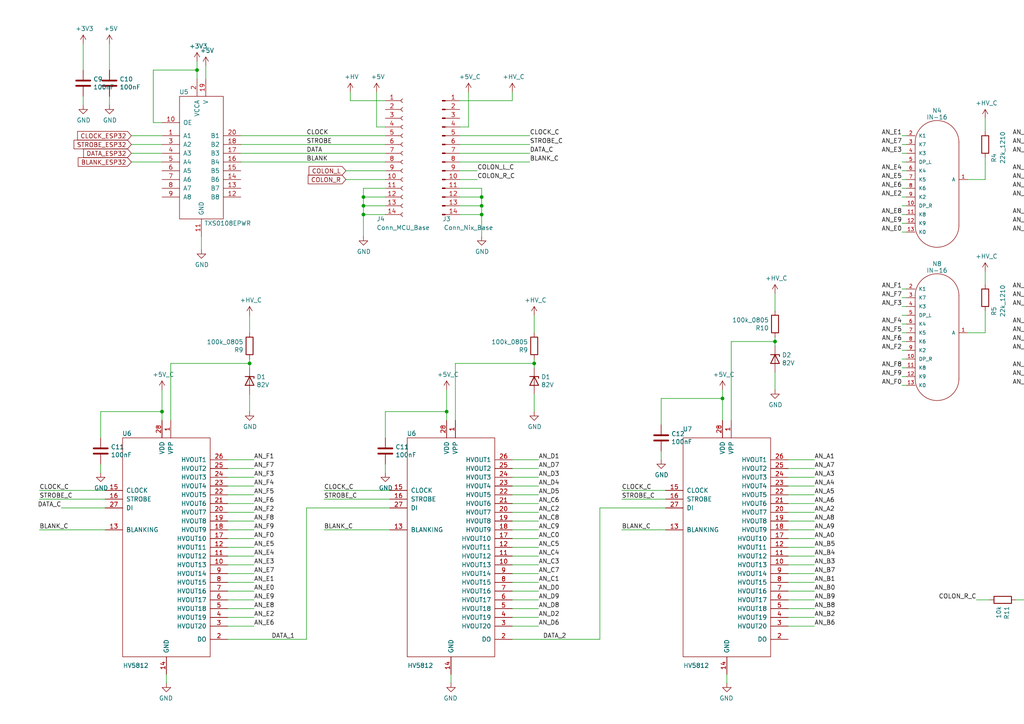
<source format=kicad_sch>
(kicad_sch (version 20230121) (generator eeschema)
  (paper "A4")
  (lib_symbols
    (symbol "Connector:Conn_01x14_Pin" (pin_names (offset 1.016) hide)
      (property "Reference" "J" (at 0 17.78 0))
      (property "Value" "Conn_01x14_Pin" (at 0 -20.32 0))
      (symbol "Conn_01x14_Pin_1_1"
        (pin passive line (at 5.08 15.24 180) (length 3.81) (name "Pin_1") (number "1"))
        (pin passive line (at 5.08 -7.62 180) (length 3.81) (name "Pin_10") (number "10"))
        (pin passive line (at 5.08 -10.16 180) (length 3.81) (name "Pin_11") (number "11"))
        (pin passive line (at 5.08 -12.7 180) (length 3.81) (name "Pin_12") (number "12"))
        (pin passive line (at 5.08 -15.24 180) (length 3.81) (name "Pin_13") (number "13"))
        (pin passive line (at 5.08 -17.78 180) (length 3.81) (name "Pin_14") (number "14"))
        (pin passive line (at 5.08 12.7 180) (length 3.81) (name "Pin_2") (number "2"))
        (pin passive line (at 5.08 10.16 180) (length 3.81) (name "Pin_3") (number "3"))
        (pin passive line (at 5.08 7.62 180) (length 3.81) (name "Pin_4") (number "4"))
        (pin passive line (at 5.08 5.08 180) (length 3.81) (name "Pin_5") (number "5"))
        (pin passive line (at 5.08 2.54 180) (length 3.81) (name "Pin_6") (number "6"))
        (pin passive line (at 5.08 0 180) (length 3.81) (name "Pin_7") (number "7"))
        (pin passive line (at 5.08 -2.54 180) (length 3.81) (name "Pin_8") (number "8"))
        (pin passive line (at 5.08 -5.08 180) (length 3.81) (name "Pin_9") (number "9"))
      )
    )
    (symbol "Connector:Conn_01x14_Socket" (pin_names (offset 1.016) hide)
      (property "Reference" "J" (at 0 17.78 0))
      (property "Value" "Conn_01x14_Socket" (at 0 -20.32 0))
      (symbol "Conn_01x14_Socket_1_1"
        (pin passive line (at -5.08 15.24 0) (length 3.81) (name "Pin_1") (number "1"))
        (pin passive line (at -5.08 -7.62 0) (length 3.81) (name "Pin_10") (number "10"))
        (pin passive line (at -5.08 -10.16 0) (length 3.81) (name "Pin_11") (number "11"))
        (pin passive line (at -5.08 -12.7 0) (length 3.81) (name "Pin_12") (number "12"))
        (pin passive line (at -5.08 -15.24 0) (length 3.81) (name "Pin_13") (number "13"))
        (pin passive line (at -5.08 -17.78 0) (length 3.81) (name "Pin_14") (number "14"))
        (pin passive line (at -5.08 12.7 0) (length 3.81) (name "Pin_2") (number "2"))
        (pin passive line (at -5.08 10.16 0) (length 3.81) (name "Pin_3") (number "3"))
        (pin passive line (at -5.08 7.62 0) (length 3.81) (name "Pin_4") (number "4"))
        (pin passive line (at -5.08 5.08 0) (length 3.81) (name "Pin_5") (number "5"))
        (pin passive line (at -5.08 2.54 0) (length 3.81) (name "Pin_6") (number "6"))
        (pin passive line (at -5.08 0 0) (length 3.81) (name "Pin_7") (number "7"))
        (pin passive line (at -5.08 -2.54 0) (length 3.81) (name "Pin_8") (number "8"))
        (pin passive line (at -5.08 -5.08 0) (length 3.81) (name "Pin_9") (number "9"))
      )
    )
    (symbol "Device:C" (pin_numbers hide) (pin_names (offset 0.254))
      (property "Reference" "C" (at 0.635 2.54 0))
      (property "Value" "C" (at 0.635 -2.54 0))
      (symbol "C_1_1"
        (pin passive line (at 0 3.81 270) (length 2.794) (name "~") (number "1"))
        (pin passive line (at 0 -3.81 90) (length 2.794) (name "~") (number "2"))
      )
    )
    (symbol "Device:D_Zener" (pin_numbers hide) (pin_names (offset 1.016) hide)
      (property "Reference" "D" (at 0 2.54 0))
      (property "Value" "D_Zener" (at 0 -2.54 0))
      (symbol "D_Zener_1_1"
        (pin passive line (at -3.81 0 0) (length 2.54) (name "K") (number "1"))
        (pin passive line (at 3.81 0 180) (length 2.54) (name "A") (number "2"))
      )
    )
    (symbol "Device:Q_NPN_BEC" (pin_names (offset 0) hide)
      (property "Reference" "Q" (at 5.08 1.27 0))
      (property "Value" "Q_NPN_BEC" (at 5.08 -1.27 0))
      (symbol "Q_NPN_BEC_1_1"
        (pin input line (at -5.08 0 0) (length 5.715) (name "B") (number "1"))
        (pin passive line (at 2.54 -5.08 90) (length 2.54) (name "E") (number "2"))
        (pin passive line (at 2.54 5.08 270) (length 2.54) (name "C") (number "3"))
      )
    )
    (symbol "Device:R" (pin_numbers hide) (pin_names (offset 0))
      (property "Reference" "R" (at 2.032 0 90))
      (property "Value" "R" (at 0 0 90))
      (symbol "R_1_1"
        (pin passive line (at 0 3.81 270) (length 1.27) (name "~") (number "1"))
        (pin passive line (at 0 -3.81 90) (length 1.27) (name "~") (number "2"))
      )
    )
    (symbol "ESP32_Tag:+5V_C" (power) (pin_names (offset 0))
      (property "Value" "+5V_C" (at 0 3.556 0))
      (symbol "+5V_C_1_1"
        (pin power_in line (at 0 0 90) (length 0) hide (name "+5V_C") (number "1"))
      )
    )
    (symbol "ESP32_Tag:+HV" (power) (pin_names (offset 0))
      (property "Value" "+HV" (at 0 3.556 0))
      (symbol "+HV_1_1"
        (pin power_in line (at 0 0 90) (length 0) hide (name "+HV") (number "1"))
      )
    )
    (symbol "ESP32_Tag:+HV_C" (power) (pin_names (offset 0))
      (property "Value" "+HV_C" (at 0 3.556 0))
      (symbol "+HV_C_1_1"
        (pin power_in line (at 0 0 90) (length 0) hide (name "+HV_C") (number "1"))
      )
    )
    (symbol "ESP32_Tag:HV5812" (pin_names (offset 1.016))
      (property "Reference" "U" (at -11.43 19.05 0))
      (property "Value" "HV5812" (at 8.89 -48.26 0))
      (symbol "HV5812_0_0"
        (pin power_in line (at 1.27 22.86 270) (length 5.08) (name "VPP") (number "1"))
        (pin output line (at 17.78 -19.05 180) (length 5.08) (name "HVOUT13") (number "10"))
        (pin output line (at 17.78 -16.51 180) (length 5.08) (name "HVOUT12") (number "11"))
        (pin output line (at 17.78 -13.97 180) (length 5.08) (name "HVOUT11") (number "12"))
        (pin input line (at -17.78 -8.89 0) (length 5.08) (name "BLANKING") (number "13"))
        (pin power_out line (at 0 -50.8 90) (length 5.08) (name "GND") (number "14"))
        (pin input line (at -17.78 2.54 0) (length 5.08) (name "CLOCK") (number "15"))
        (pin input line (at -17.78 0 0) (length 5.08) (name "STROBE") (number "16"))
        (pin output line (at 17.78 -11.43 180) (length 5.08) (name "HVOUT10") (number "17"))
        (pin output line (at 17.78 -8.89 180) (length 5.08) (name "HVOUT9") (number "18"))
        (pin output line (at 17.78 -6.35 180) (length 5.08) (name "HVOUT8") (number "19"))
        (pin output line (at 17.78 -40.64 180) (length 5.08) (name "DO") (number "2"))
        (pin output line (at 17.78 -3.81 180) (length 5.08) (name "HVOUT7") (number "20"))
        (pin output line (at 17.78 -1.27 180) (length 5.08) (name "HVOUT6") (number "21"))
        (pin output line (at 17.78 1.27 180) (length 5.08) (name "HVOUT5") (number "22"))
        (pin output line (at 17.78 3.81 180) (length 5.08) (name "HVOUT4") (number "23"))
        (pin output line (at 17.78 6.35 180) (length 5.08) (name "HVOUT3") (number "24"))
        (pin output line (at 17.78 8.89 180) (length 5.08) (name "HVOUT2") (number "25"))
        (pin output line (at 17.78 11.43 180) (length 5.08) (name "HVOUT1") (number "26"))
        (pin input line (at -17.78 -2.54 0) (length 5.08) (name "DI") (number "27"))
        (pin power_in line (at -1.27 22.86 270) (length 5.08) (name "VDD") (number "28"))
        (pin output line (at 17.78 -36.83 180) (length 5.08) (name "HVOUT20") (number "3"))
        (pin output line (at 17.78 -34.29 180) (length 5.08) (name "HVOUT19") (number "4"))
        (pin output line (at 17.78 -31.75 180) (length 5.08) (name "HVOUT18") (number "5"))
        (pin output line (at 17.78 -29.21 180) (length 5.08) (name "HVOUT17") (number "6"))
        (pin output line (at 17.78 -26.67 180) (length 5.08) (name "HVOUT16") (number "7"))
        (pin output line (at 17.78 -24.13 180) (length 5.08) (name "HVOUT15") (number "8"))
        (pin output line (at 17.78 -21.59 180) (length 5.08) (name "HVOUT14") (number "9"))
      )
    )
    (symbol "ESP32_Tag:INS-1" (pin_names (offset 1.016))
      (property "Reference" "N" (at -5.08 10.16 0))
      (property "Value" "INS-1" (at 0 -8.89 0))
      (symbol "INS-1_0_0"
        (pin input line (at -3.81 1.27 0) (length 2.54) (name "~") (number "A"))
        (pin input line (at -3.81 -1.27 0) (length 2.54) (name "~") (number "C"))
      )
    )
    (symbol "ESP32_Tag:TXS0108EPWR" (pin_names (offset 1.016))
      (property "Reference" "U" (at -26.67 10.16 0))
      (property "Value" "TXS0108EPWR" (at 7.62 -10.16 0))
      (symbol "TXS0108EPWR_0_0"
        (pin bidirectional line (at -11.43 15.24 0) (length 5.08) (name "A1") (number "1"))
        (pin input line (at -11.43 19.05 0) (length 5.08) (name "OE") (number "10"))
        (pin passive line (at 0 -13.97 90) (length 5.08) (name "GND") (number "11"))
        (pin bidirectional line (at 11.43 -2.54 180) (length 5.08) (name "B8") (number "12"))
        (pin bidirectional line (at 11.43 0 180) (length 5.08) (name "B7") (number "13"))
        (pin bidirectional line (at 11.43 2.54 180) (length 5.08) (name "B6") (number "14"))
        (pin bidirectional line (at 11.43 5.08 180) (length 5.08) (name "B5") (number "15"))
        (pin bidirectional line (at 11.43 7.62 180) (length 5.08) (name "B4") (number "16"))
        (pin bidirectional line (at 11.43 10.16 180) (length 5.08) (name "B3") (number "17"))
        (pin bidirectional line (at 11.43 12.7 180) (length 5.08) (name "B2") (number "18"))
        (pin power_in line (at 1.27 31.75 270) (length 5.08) (name "V") (number "19"))
        (pin power_in line (at -1.27 31.75 270) (length 5.08) (name "VCCA") (number "2"))
        (pin bidirectional line (at 11.43 15.24 180) (length 5.08) (name "B1") (number "20"))
        (pin bidirectional line (at -11.43 12.7 0) (length 5.08) (name "A2") (number "3"))
        (pin bidirectional line (at -11.43 10.16 0) (length 5.08) (name "A3") (number "4"))
        (pin bidirectional line (at -11.43 7.62 0) (length 5.08) (name "A4") (number "5"))
        (pin bidirectional line (at -11.43 5.08 0) (length 5.08) (name "A5") (number "6"))
        (pin bidirectional line (at -11.43 2.54 0) (length 5.08) (name "A6") (number "7"))
        (pin bidirectional line (at -11.43 0 0) (length 5.08) (name "A7") (number "8"))
        (pin bidirectional line (at -11.43 -2.54 0) (length 5.08) (name "A8") (number "9"))
      )
    )
    (symbol "Nixie_Clock:IN-16" (pin_names (offset 1.016))
      (property "Reference" "N" (at -2.54 18.415 0))
      (property "Value" "IN-16" (at -1.27 -17.78 0))
      (symbol "IN-16_1_1"
        (pin bidirectional line (at 10.16 0 180) (length 2.54) (name "A") (number "1"))
        (pin bidirectional line (at -7.62 -7.62 0) (length 2.54) (name "DP_R") (number "10"))
        (pin bidirectional line (at -7.62 -10.16 0) (length 2.54) (name "K8") (number "11"))
        (pin bidirectional line (at -7.62 -12.7 0) (length 2.54) (name "K9") (number "12"))
        (pin bidirectional line (at -7.62 -15.24 0) (length 2.54) (name "K0") (number "13"))
        (pin bidirectional line (at -7.62 12.7 0) (length 2.54) (name "K1") (number "2"))
        (pin bidirectional line (at -7.62 10.16 0) (length 2.54) (name "K7") (number "3"))
        (pin bidirectional line (at -7.62 7.62 0) (length 2.54) (name "K3") (number "4"))
        (pin bidirectional line (at -7.62 5.08 0) (length 2.54) (name "DP_L") (number "5"))
        (pin bidirectional line (at -7.62 2.54 0) (length 2.54) (name "K4") (number "6"))
        (pin bidirectional line (at -7.62 0 0) (length 2.54) (name "K5") (number "7"))
        (pin bidirectional line (at -7.62 -2.54 0) (length 2.54) (name "K6") (number "8"))
        (pin bidirectional line (at -7.62 -5.08 0) (length 2.54) (name "K2") (number "9"))
      )
    )
    (symbol "power:+3.3V" (power) (pin_names (offset 0))
      (property "Value" "+3.3V" (at 0 3.556 0))
      (symbol "+3.3V_1_1"
        (pin power_in line (at 0 0 90) (length 0) hide (name "+3V3") (number "1"))
      )
    )
    (symbol "power:+5V" (power) (pin_names (offset 0))
      (property "Value" "+5V" (at 0 3.556 0))
      (symbol "+5V_1_1"
        (pin power_in line (at 0 0 90) (length 0) hide (name "+5V") (number "1"))
      )
    )
    (symbol "power:GND" (power) (pin_names (offset 0))
      (property "Value" "GND" (at 0 -3.81 0))
      (symbol "GND_1_1"
        (pin power_in line (at 0 0 270) (length 0) hide (name "GND") (number "1"))
      )
    )
  )
  (junction (at 139.7 59.69))
  (junction (at 139.7 57.15))
  (junction (at 209.55 115.57))
  (junction (at 105.41 59.69))
  (junction (at 72.39 105.41))
  (junction (at 46.99 119.38))
  (junction (at 224.79 99.06))
  (junction (at 154.94 105.41))
  (junction (at 57.15 20.32))
  (junction (at 129.54 119.38))
  (junction (at 105.41 62.23))
  (junction (at 105.41 57.15))
  (junction (at 139.7 62.23))
  (no_connect (at 299.72 46.99))
  (no_connect (at 299.72 59.69))
  (wire (pts (xy 261.62 39.37) (xy 262.89 39.37)))
  (wire (pts (xy 300.99 57.15) (xy 299.72 57.15)))
  (wire (pts (xy 344.17 107.95) (xy 342.9 107.95)))
  (wire (pts (xy 262.89 104.14) (xy 261.62 104.14)))
  (wire (pts (xy 344.17 63.5) (xy 342.9 63.5)))
  (wire (pts (xy 105.41 54.61) (xy 105.41 57.15)))
  (wire (pts (xy 344.17 87.63) (xy 342.9 87.63)))
  (wire (pts (xy 262.89 93.98) (xy 261.62 93.98)))
  (wire (pts (xy 224.79 85.09) (xy 224.79 90.17)))
  (wire (pts (xy 191.77 130.81) (xy 191.77 133.35)))
  (wire (pts (xy 262.89 91.44) (xy 261.62 91.44)))
  (wire (pts (xy 300.99 96.52) (xy 299.72 96.52)))
  (wire (pts (xy 48.26 195.58) (xy 48.26 198.12)))
  (wire (pts (xy 148.59 161.29) (xy 156.21 161.29)))
  (wire (pts (xy 307.34 222.25) (xy 307.34 224.79)))
  (wire (pts (xy 109.22 26.67) (xy 109.22 36.83)))
  (wire (pts (xy 148.59 168.91) (xy 156.21 168.91)))
  (wire (pts (xy 72.39 104.14) (xy 72.39 105.41)))
  (wire (pts (xy 105.41 62.23) (xy 105.41 68.58)))
  (wire (pts (xy 228.6 181.61) (xy 236.22 181.61)))
  (wire (pts (xy 58.42 68.58) (xy 58.42 72.39)))
  (wire (pts (xy 307.34 209.55) (xy 307.34 212.09)))
  (wire (pts (xy 261.62 83.82) (xy 262.89 83.82)))
  (wire (pts (xy 295.91 217.17) (xy 299.72 217.17)))
  (wire (pts (xy 93.98 153.67) (xy 113.03 153.67)))
  (wire (pts (xy 361.95 50.8) (xy 367.03 50.8)))
  (wire (pts (xy 228.6 176.53) (xy 236.22 176.53)))
  (wire (pts (xy 132.08 105.41) (xy 132.08 121.92)))
  (wire (pts (xy 11.43 144.78) (xy 30.48 144.78)))
  (wire (pts (xy 344.17 40.64) (xy 342.9 40.64)))
  (wire (pts (xy 66.04 181.61) (xy 73.66 181.61)))
  (wire (pts (xy 367.03 95.25) (xy 367.03 88.9)))
  (wire (pts (xy 228.6 133.35) (xy 236.22 133.35)))
  (wire (pts (xy 72.39 114.3) (xy 72.39 119.38)))
  (wire (pts (xy 228.6 153.67) (xy 236.22 153.67)))
  (wire (pts (xy 209.55 113.03) (xy 209.55 115.57)))
  (wire (pts (xy 300.99 41.91) (xy 299.72 41.91)))
  (wire (pts (xy 66.04 163.83) (xy 73.66 163.83)))
  (wire (pts (xy 105.41 57.15) (xy 105.41 59.69)))
  (wire (pts (xy 299.72 64.77) (xy 300.99 64.77)))
  (wire (pts (xy 57.15 17.78) (xy 57.15 20.32)))
  (wire (pts (xy 133.35 59.69) (xy 139.7 59.69)))
  (wire (pts (xy 262.89 41.91) (xy 261.62 41.91)))
  (wire (pts (xy 228.6 171.45) (xy 236.22 171.45)))
  (wire (pts (xy 66.04 176.53) (xy 73.66 176.53)))
  (wire (pts (xy 299.72 83.82) (xy 300.99 83.82)))
  (wire (pts (xy 148.59 146.05) (xy 156.21 146.05)))
  (wire (pts (xy 344.17 45.72) (xy 342.9 45.72)))
  (wire (pts (xy 148.59 176.53) (xy 156.21 176.53)))
  (wire (pts (xy 323.85 82.55) (xy 323.85 78.74)))
  (wire (pts (xy 139.7 57.15) (xy 139.7 59.69)))
  (wire (pts (xy 66.04 161.29) (xy 73.66 161.29)))
  (wire (pts (xy 44.45 35.56) (xy 44.45 20.32)))
  (wire (pts (xy 148.59 133.35) (xy 156.21 133.35)))
  (wire (pts (xy 148.59 163.83) (xy 156.21 163.83)))
  (wire (pts (xy 228.6 179.07) (xy 236.22 179.07)))
  (wire (pts (xy 262.89 99.06) (xy 261.62 99.06)))
  (wire (pts (xy 228.6 173.99) (xy 236.22 173.99)))
  (wire (pts (xy 66.04 158.75) (xy 73.66 158.75)))
  (wire (pts (xy 224.79 97.79) (xy 224.79 99.06)))
  (wire (pts (xy 210.82 195.58) (xy 210.82 198.12)))
  (wire (pts (xy 300.99 49.53) (xy 299.72 49.53)))
  (wire (pts (xy 11.43 142.24) (xy 30.48 142.24)))
  (wire (pts (xy 212.09 99.06) (xy 212.09 121.92)))
  (wire (pts (xy 66.04 151.13) (xy 73.66 151.13)))
  (wire (pts (xy 344.17 92.71) (xy 342.9 92.71)))
  (wire (pts (xy 133.35 41.91) (xy 153.67 41.91)))
  (wire (pts (xy 212.09 99.06) (xy 224.79 99.06)))
  (wire (pts (xy 228.6 163.83) (xy 236.22 163.83)))
  (wire (pts (xy 66.04 156.21) (xy 73.66 156.21)))
  (wire (pts (xy 154.94 104.14) (xy 154.94 105.41)))
  (wire (pts (xy 66.04 143.51) (xy 73.66 143.51)))
  (wire (pts (xy 66.04 185.42) (xy 88.9 185.42)))
  (wire (pts (xy 66.04 140.97) (xy 73.66 140.97)))
  (wire (pts (xy 132.08 105.41) (xy 154.94 105.41)))
  (wire (pts (xy 24.13 27.94) (xy 24.13 30.48)))
  (wire (pts (xy 148.59 185.42) (xy 173.99 185.42)))
  (wire (pts (xy 262.89 44.45) (xy 261.62 44.45)))
  (wire (pts (xy 105.41 59.69) (xy 111.76 59.69)))
  (wire (pts (xy 105.41 59.69) (xy 105.41 62.23)))
  (wire (pts (xy 69.85 46.99) (xy 111.76 46.99)))
  (wire (pts (xy 323.85 96.52) (xy 323.85 90.17)))
  (wire (pts (xy 46.99 119.38) (xy 29.21 119.38)))
  (wire (pts (xy 135.89 26.67) (xy 135.89 36.83)))
  (wire (pts (xy 133.35 39.37) (xy 153.67 39.37)))
  (wire (pts (xy 228.6 158.75) (xy 236.22 158.75)))
  (wire (pts (xy 193.04 153.67) (xy 180.34 153.67)))
  (wire (pts (xy 261.62 111.76) (xy 262.89 111.76)))
  (wire (pts (xy 340.36 152.4) (xy 340.36 163.83)))
  (wire (pts (xy 342.9 66.04) (xy 344.17 66.04)))
  (wire (pts (xy 105.41 62.23) (xy 111.76 62.23)))
  (wire (pts (xy 66.04 135.89) (xy 73.66 135.89)))
  (wire (pts (xy 148.59 181.61) (xy 156.21 181.61)))
  (wire (pts (xy 287.02 173.99) (xy 283.21 173.99)))
  (wire (pts (xy 66.04 133.35) (xy 73.66 133.35)))
  (wire (pts (xy 300.99 104.14) (xy 299.72 104.14)))
  (wire (pts (xy 224.79 99.06) (xy 224.79 100.33)))
  (wire (pts (xy 72.39 91.44) (xy 72.39 96.52)))
  (wire (pts (xy 288.29 217.17) (xy 284.48 217.17)))
  (wire (pts (xy 148.59 29.21) (xy 148.59 26.67)))
  (wire (pts (xy 228.6 140.97) (xy 236.22 140.97)))
  (wire (pts (xy 129.54 119.38) (xy 129.54 121.92)))
  (wire (pts (xy 300.99 91.44) (xy 299.72 91.44)))
  (wire (pts (xy 129.54 119.38) (xy 111.76 119.38)))
  (wire (pts (xy 300.99 54.61) (xy 299.72 54.61)))
  (wire (pts (xy 228.6 156.21) (xy 236.22 156.21)))
  (wire (pts (xy 344.17 60.96) (xy 342.9 60.96)))
  (wire (pts (xy 280.67 52.07) (xy 285.75 52.07)))
  (wire (pts (xy 262.89 59.69) (xy 261.62 59.69)))
  (wire (pts (xy 262.89 52.07) (xy 261.62 52.07)))
  (wire (pts (xy 66.04 153.67) (xy 73.66 153.67)))
  (wire (pts (xy 148.59 151.13) (xy 156.21 151.13)))
  (wire (pts (xy 342.9 38.1) (xy 344.17 38.1)))
  (wire (pts (xy 193.04 144.78) (xy 180.34 144.78)))
  (wire (pts (xy 285.75 52.07) (xy 285.75 45.72)))
  (wire (pts (xy 228.6 138.43) (xy 236.22 138.43)))
  (wire (pts (xy 66.04 146.05) (xy 73.66 146.05)))
  (wire (pts (xy 262.89 101.6) (xy 261.62 101.6)))
  (wire (pts (xy 341.63 181.61) (xy 341.63 187.96)))
  (wire (pts (xy 66.04 179.07) (xy 73.66 179.07)))
  (wire (pts (xy 367.03 36.83) (xy 367.03 33.02)))
  (wire (pts (xy 280.67 96.52) (xy 285.75 96.52)))
  (wire (pts (xy 100.33 49.53) (xy 111.76 49.53)))
  (wire (pts (xy 344.17 53.34) (xy 342.9 53.34)))
  (wire (pts (xy 209.55 115.57) (xy 209.55 121.92)))
  (wire (pts (xy 228.6 166.37) (xy 236.22 166.37)))
  (wire (pts (xy 262.89 96.52) (xy 261.62 96.52)))
  (wire (pts (xy 300.99 93.98) (xy 299.72 93.98)))
  (wire (pts (xy 262.89 109.22) (xy 261.62 109.22)))
  (wire (pts (xy 367.03 81.28) (xy 367.03 77.47)))
  (wire (pts (xy 101.6 29.21) (xy 101.6 26.67)))
  (wire (pts (xy 300.99 101.6) (xy 299.72 101.6)))
  (wire (pts (xy 318.77 96.52) (xy 323.85 96.52)))
  (wire (pts (xy 341.63 195.58) (xy 341.63 207.01)))
  (wire (pts (xy 342.9 110.49) (xy 344.17 110.49)))
  (wire (pts (xy 66.04 171.45) (xy 73.66 171.45)))
  (wire (pts (xy 228.6 143.51) (xy 236.22 143.51)))
  (wire (pts (xy 111.76 119.38) (xy 111.76 127)))
  (wire (pts (xy 228.6 168.91) (xy 236.22 168.91)))
  (wire (pts (xy 299.72 111.76) (xy 300.99 111.76)))
  (wire (pts (xy 133.35 46.99) (xy 153.67 46.99)))
  (wire (pts (xy 318.77 52.07) (xy 323.85 52.07)))
  (wire (pts (xy 344.17 50.8) (xy 342.9 50.8)))
  (wire (pts (xy 344.17 105.41) (xy 342.9 105.41)))
  (wire (pts (xy 148.59 156.21) (xy 156.21 156.21)))
  (wire (pts (xy 111.76 134.62) (xy 111.76 137.16)))
  (wire (pts (xy 228.6 161.29) (xy 236.22 161.29)))
  (wire (pts (xy 154.94 91.44) (xy 154.94 96.52)))
  (wire (pts (xy 139.7 54.61) (xy 139.7 57.15)))
  (wire (pts (xy 342.9 163.83) (xy 340.36 163.83)))
  (wire (pts (xy 306.07 166.37) (xy 342.9 166.37)))
  (wire (pts (xy 38.1 39.37) (xy 46.99 39.37)))
  (wire (pts (xy 133.35 62.23) (xy 139.7 62.23)))
  (wire (pts (xy 209.55 115.57) (xy 191.77 115.57)))
  (wire (pts (xy 285.75 82.55) (xy 285.75 78.74)))
  (wire (pts (xy 57.15 20.32) (xy 57.15 22.86)))
  (wire (pts (xy 49.53 105.41) (xy 49.53 121.92)))
  (wire (pts (xy 11.43 153.67) (xy 30.48 153.67)))
  (wire (pts (xy 46.99 119.38) (xy 46.99 121.92)))
  (wire (pts (xy 66.04 173.99) (xy 73.66 173.99)))
  (wire (pts (xy 300.99 52.07) (xy 299.72 52.07)))
  (wire (pts (xy 66.04 148.59) (xy 73.66 148.59)))
  (wire (pts (xy 72.39 105.41) (xy 72.39 106.68)))
  (wire (pts (xy 228.6 151.13) (xy 236.22 151.13)))
  (wire (pts (xy 193.04 142.24) (xy 180.34 142.24)))
  (wire (pts (xy 300.99 44.45) (xy 299.72 44.45)))
  (wire (pts (xy 344.17 207.01) (xy 341.63 207.01)))
  (wire (pts (xy 46.99 35.56) (xy 44.45 35.56)))
  (wire (pts (xy 148.59 153.67) (xy 156.21 153.67)))
  (wire (pts (xy 130.81 195.58) (xy 130.81 198.12)))
  (wire (pts (xy 93.98 144.78) (xy 113.03 144.78)))
  (wire (pts (xy 262.89 62.23) (xy 261.62 62.23)))
  (wire (pts (xy 361.95 95.25) (xy 367.03 95.25)))
  (wire (pts (xy 262.89 46.99) (xy 261.62 46.99)))
  (wire (pts (xy 133.35 49.53) (xy 138.43 49.53)))
  (wire (pts (xy 148.59 179.07) (xy 156.21 179.07)))
  (wire (pts (xy 133.35 57.15) (xy 139.7 57.15)))
  (wire (pts (xy 17.78 147.32) (xy 30.48 147.32)))
  (wire (pts (xy 154.94 114.3) (xy 154.94 119.38)))
  (wire (pts (xy 88.9 147.32) (xy 113.03 147.32)))
  (wire (pts (xy 148.59 171.45) (xy 156.21 171.45)))
  (wire (pts (xy 285.75 96.52) (xy 285.75 90.17)))
  (wire (pts (xy 285.75 38.1) (xy 285.75 34.29)))
  (wire (pts (xy 111.76 52.07) (xy 100.33 52.07)))
  (wire (pts (xy 135.89 36.83) (xy 133.35 36.83)))
  (wire (pts (xy 129.54 113.03) (xy 129.54 119.38)))
  (wire (pts (xy 66.04 138.43) (xy 73.66 138.43)))
  (wire (pts (xy 342.9 82.55) (xy 344.17 82.55)))
  (wire (pts (xy 44.45 20.32) (xy 57.15 20.32)))
  (wire (pts (xy 29.21 119.38) (xy 29.21 127)))
  (wire (pts (xy 344.17 48.26) (xy 342.9 48.26)))
  (wire (pts (xy 300.99 109.22) (xy 299.72 109.22)))
  (wire (pts (xy 133.35 29.21) (xy 148.59 29.21)))
  (wire (pts (xy 323.85 52.07) (xy 323.85 45.72)))
  (wire (pts (xy 307.34 209.55) (xy 344.17 209.55)))
  (wire (pts (xy 133.35 54.61) (xy 139.7 54.61)))
  (wire (pts (xy 93.98 142.24) (xy 113.03 142.24)))
  (wire (pts (xy 262.89 88.9) (xy 261.62 88.9)))
  (wire (pts (xy 344.17 102.87) (xy 342.9 102.87)))
  (wire (pts (xy 173.99 147.32) (xy 193.04 147.32)))
  (wire (pts (xy 228.6 146.05) (xy 236.22 146.05)))
  (wire (pts (xy 148.59 148.59) (xy 156.21 148.59)))
  (wire (pts (xy 148.59 138.43) (xy 156.21 138.43)))
  (wire (pts (xy 367.03 50.8) (xy 367.03 44.45)))
  (wire (pts (xy 46.99 113.03) (xy 46.99 119.38)))
  (wire (pts (xy 224.79 107.95) (xy 224.79 113.03)))
  (wire (pts (xy 261.62 67.31) (xy 262.89 67.31)))
  (wire (pts (xy 38.1 46.99) (xy 46.99 46.99)))
  (wire (pts (xy 173.99 185.42) (xy 173.99 147.32)))
  (wire (pts (xy 133.35 52.07) (xy 138.43 52.07)))
  (wire (pts (xy 139.7 59.69) (xy 139.7 62.23)))
  (wire (pts (xy 133.35 44.45) (xy 153.67 44.45)))
  (wire (pts (xy 88.9 185.42) (xy 88.9 147.32)))
  (wire (pts (xy 191.77 115.57) (xy 191.77 123.19)))
  (wire (pts (xy 228.6 148.59) (xy 236.22 148.59)))
  (wire (pts (xy 300.99 46.99) (xy 299.72 46.99)))
  (wire (pts (xy 300.99 39.37) (xy 299.72 39.37)))
  (wire (pts (xy 24.13 12.7) (xy 24.13 20.32)))
  (wire (pts (xy 323.85 38.1) (xy 323.85 34.29)))
  (wire (pts (xy 148.59 158.75) (xy 156.21 158.75)))
  (wire (pts (xy 306.07 179.07) (xy 306.07 181.61)))
  (wire (pts (xy 139.7 62.23) (xy 139.7 68.58)))
  (wire (pts (xy 111.76 29.21) (xy 101.6 29.21)))
  (wire (pts (xy 66.04 168.91) (xy 73.66 168.91)))
  (wire (pts (xy 66.04 166.37) (xy 73.66 166.37)))
  (wire (pts (xy 31.75 27.94) (xy 31.75 30.48)))
  (wire (pts (xy 300.99 88.9) (xy 299.72 88.9)))
  (wire (pts (xy 262.89 54.61) (xy 261.62 54.61)))
  (wire (pts (xy 38.1 41.91) (xy 46.99 41.91)))
  (wire (pts (xy 262.89 64.77) (xy 261.62 64.77)))
  (wire (pts (xy 294.64 173.99) (xy 298.45 173.99)))
  (wire (pts (xy 49.53 105.41) (xy 72.39 105.41)))
  (wire (pts (xy 111.76 44.45) (xy 69.85 44.45)))
  (wire (pts (xy 228.6 135.89) (xy 236.22 135.89)))
  (wire (pts (xy 344.17 100.33) (xy 342.9 100.33)))
  (wire (pts (xy 344.17 95.25) (xy 342.9 95.25)))
  (wire (pts (xy 148.59 143.51) (xy 156.21 143.51)))
  (wire (pts (xy 111.76 39.37) (xy 69.85 39.37)))
  (wire (pts (xy 154.94 105.41) (xy 154.94 106.68)))
  (wire (pts (xy 111.76 54.61) (xy 105.41 54.61)))
  (wire (pts (xy 262.89 106.68) (xy 261.62 106.68)))
  (wire (pts (xy 29.21 134.62) (xy 29.21 137.16)))
  (wire (pts (xy 148.59 135.89) (xy 156.21 135.89)))
  (wire (pts (xy 300.99 86.36) (xy 299.72 86.36)))
  (wire (pts (xy 148.59 173.99) (xy 156.21 173.99)))
  (wire (pts (xy 300.99 99.06) (xy 299.72 99.06)))
  (wire (pts (xy 31.75 12.7) (xy 31.75 20.32)))
  (wire (pts (xy 306.07 166.37) (xy 306.07 168.91)))
  (wire (pts (xy 148.59 166.37) (xy 156.21 166.37)))
  (wire (pts (xy 148.59 140.97) (xy 156.21 140.97)))
  (wire (pts (xy 344.17 58.42) (xy 342.9 58.42)))
  (wire (pts (xy 262.89 86.36) (xy 261.62 86.36)))
  (wire (pts (xy 38.1 44.45) (xy 46.99 44.45)))
  (wire (pts (xy 344.17 90.17) (xy 342.9 90.17)))
  (wire (pts (xy 299.72 67.31) (xy 300.99 67.31)))
  (wire (pts (xy 111.76 57.15) (xy 105.41 57.15)))
  (wire (pts (xy 300.99 59.69) (xy 299.72 59.69)))
  (wire (pts (xy 344.17 43.18) (xy 342.9 43.18)))
  (wire (pts (xy 262.89 57.15) (xy 261.62 57.15)))
  (wire (pts (xy 59.69 19.05) (xy 59.69 22.86)))
  (wire (pts (xy 262.89 49.53) (xy 261.62 49.53)))
  (wire (pts (xy 344.17 85.09) (xy 342.9 85.09)))
  (wire (pts (xy 300.99 106.68) (xy 299.72 106.68)))
  (wire (pts (xy 109.22 36.83) (xy 111.76 36.83)))
  (wire (pts (xy 300.99 62.23) (xy 299.72 62.23)))
  (wire (pts (xy 344.17 97.79) (xy 342.9 97.79)))
  (wire (pts (xy 340.36 138.43) (xy 340.36 144.78)))
  (wire (pts (xy 344.17 55.88) (xy 342.9 55.88)))
  (wire (pts (xy 69.85 41.91) (xy 111.76 41.91)))
  (label "AN_A6" (at 236.22 146.05 0))
  (label "AN_A2" (at 342.9 55.88 180))
  (label "COLON_L_C" (at 284.48 217.17 180))
  (label "BLANK_C" (at 180.34 153.67 0))
  (label "AN_B1" (at 236.22 168.91 0))
  (label "AN_C8" (at 299.72 62.23 180))
  (label "AN_E3" (at 261.62 44.45 180))
  (label "AN_B2" (at 236.22 179.07 0))
  (label "DATA_C" (at 17.78 147.32 180))
  (label "AN_C4" (at 299.72 49.53 180))
  (label "AN_C2" (at 299.72 57.15 180))
  (label "AN_B7" (at 236.22 166.37 0))
  (label "AN_E4" (at 261.62 49.53 180))
  (label "AN_E0" (at 73.66 171.45 0))
  (label "AN_C8" (at 156.21 151.13 0))
  (label "AN_F4" (at 261.62 93.98 180))
  (label "DATA_1" (at 78.74 185.42 0))
  (label "AN_E6" (at 73.66 181.61 0))
  (label "AN_C0" (at 299.72 67.31 180))
  (label "AN_C6" (at 299.72 54.61 180))
  (label "AN_A4" (at 342.9 48.26 180))
  (label "BLANK_C" (at 11.43 153.67 0))
  (label "AN_F5" (at 73.66 143.51 0))
  (label "AN_B5" (at 236.22 158.75 0))
  (label "AN_D6" (at 156.21 181.61 0))
  (label "AN_C4" (at 156.21 161.29 0))
  (label "DATA_2" (at 157.48 185.42 0))
  (label "AN_E8" (at 261.62 62.23 180))
  (label "AN_F8" (at 73.66 151.13 0))
  (label "AN_F0" (at 261.62 111.76 180))
  (label "AN_B8" (at 342.9 105.41 180))
  (label "AN_F7" (at 261.62 86.36 180))
  (label "AN_E4" (at 73.66 161.29 0))
  (label "CLOCK" (at 88.9 39.37 0))
  (label "AN_A9" (at 236.22 153.67 0))
  (label "AN_D2" (at 156.21 179.07 0))
  (label "STROBE_C" (at 93.98 144.78 0))
  (label "AN_D8" (at 299.72 106.68 180))
  (label "AN_E5" (at 73.66 158.75 0))
  (label "AN_A1" (at 236.22 133.35 0))
  (label "AN_E9" (at 73.66 173.99 0))
  (label "AN_B9" (at 342.9 107.95 180))
  (label "AN_E0" (at 261.62 67.31 180))
  (label "CLOCK_C" (at 11.43 142.24 0))
  (label "AN_B4" (at 236.22 161.29 0))
  (label "DATA" (at 88.9 44.45 0))
  (label "AN_A8" (at 342.9 60.96 180))
  (label "AN_E2" (at 261.62 57.15 180))
  (label "AN_F2" (at 261.62 101.6 180))
  (label "AN_A1" (at 342.9 38.1 180))
  (label "BLANK" (at 88.9 46.99 0))
  (label "AN_C3" (at 299.72 44.45 180))
  (label "CLOCK_C" (at 153.67 39.37 0))
  (label "AN_F1" (at 261.62 83.82 180))
  (label "AN_B2" (at 342.9 100.33 180))
  (label "COLON_R_C" (at 138.43 52.07 0))
  (label "AN_D9" (at 156.21 173.99 0))
  (label "AN_D7" (at 299.72 86.36 180))
  (label "AN_A6" (at 342.9 53.34 180))
  (label "AN_F6" (at 261.62 99.06 180))
  (label "AN_A4" (at 236.22 140.97 0))
  (label "AN_D6" (at 299.72 99.06 180))
  (label "AN_D9" (at 299.72 109.22 180))
  (label "AN_C9" (at 156.21 153.67 0))
  (label "AN_E1" (at 73.66 168.91 0))
  (label "COLON_R_C" (at 283.21 173.99 180))
  (label "AN_E7" (at 73.66 166.37 0))
  (label "AN_B4" (at 342.9 92.71 180))
  (label "AN_A8" (at 236.22 151.13 0))
  (label "AN_D4" (at 299.72 93.98 180))
  (label "AN_F3" (at 73.66 138.43 0))
  (label "AN_E1" (at 261.62 39.37 180))
  (label "AN_F0" (at 73.66 156.21 0))
  (label "AN_C9" (at 299.72 64.77 180))
  (label "AN_E6" (at 261.62 54.61 180))
  (label "AN_D1" (at 299.72 83.82 180))
  (label "AN_D0" (at 156.21 171.45 0))
  (label "AN_C3" (at 156.21 163.83 0))
  (label "AN_B6" (at 342.9 97.79 180))
  (label "AN_B3" (at 342.9 87.63 180))
  (label "AN_C1" (at 299.72 39.37 180))
  (label "AN_D3" (at 299.72 88.9 180))
  (label "STROBE_C" (at 180.34 144.78 0))
  (label "AN_F9" (at 261.62 109.22 180))
  (label "AN_E7" (at 261.62 41.91 180))
  (label "AN_B7" (at 342.9 85.09 180))
  (label "AN_F2" (at 73.66 148.59 0))
  (label "AN_A5" (at 236.22 143.51 0))
  (label "AN_A9" (at 342.9 63.5 180))
  (label "AN_B5" (at 342.9 95.25 180))
  (label "AN_D2" (at 299.72 101.6 180))
  (label "AN_F8" (at 261.62 106.68 180))
  (label "AN_C7" (at 299.72 41.91 180))
  (label "AN_D0" (at 299.72 111.76 180))
  (label "AN_F9" (at 73.66 153.67 0))
  (label "BLANK_C" (at 93.98 153.67 0))
  (label "AN_D4" (at 156.21 140.97 0))
  (label "STROBE" (at 88.9 41.91 0))
  (label "AN_A0" (at 342.9 66.04 180))
  (label "AN_A0" (at 236.22 156.21 0))
  (label "AN_F7" (at 73.66 135.89 0))
  (label "AN_E2" (at 73.66 179.07 0))
  (label "DATA_C" (at 153.67 44.45 0))
  (label "AN_B3" (at 236.22 163.83 0))
  (label "COLON_L_C" (at 138.43 49.53 0))
  (label "AN_F3" (at 261.62 88.9 180))
  (label "AN_C5" (at 299.72 52.07 180))
  (label "AN_A2" (at 236.22 148.59 0))
  (label "AN_C1" (at 156.21 168.91 0))
  (label "AN_D3" (at 156.21 138.43 0))
  (label "STROBE_C" (at 11.43 144.78 0))
  (label "AN_A3" (at 342.9 43.18 180))
  (label "AN_C5" (at 156.21 158.75 0))
  (label "CLOCK_C" (at 93.98 142.24 0))
  (label "AN_A7" (at 236.22 135.89 0))
  (label "AN_C6" (at 156.21 146.05 0))
  (label "STROBE_C" (at 153.67 41.91 0))
  (label "AN_F6" (at 73.66 146.05 0))
  (label "AN_D8" (at 156.21 176.53 0))
  (label "AN_B6" (at 236.22 181.61 0))
  (label "AN_E5" (at 261.62 52.07 180))
  (label "AN_F1" (at 73.66 133.35 0))
  (label "AN_B9" (at 236.22 173.99 0))
  (label "AN_D5" (at 299.72 96.52 180))
  (label "AN_E8" (at 73.66 176.53 0))
  (label "AN_B1" (at 342.9 82.55 180))
  (label "AN_E3" (at 73.66 163.83 0))
  (label "AN_F4" (at 73.66 140.97 0))
  (label "AN_D5" (at 156.21 143.51 0))
  (label "AN_A7" (at 342.9 40.64 180))
  (label "AN_C7" (at 156.21 166.37 0))
  (label "AN_A3" (at 236.22 138.43 0))
  (label "AN_B0" (at 236.22 171.45 0))
  (label "BLANK_C" (at 153.67 46.99 0))
  (label "AN_A5" (at 342.9 50.8 180))
  (label "AN_C2" (at 156.21 148.59 0))
  (label "CLOCK_C" (at 180.34 142.24 0))
  (label "AN_B8" (at 236.22 176.53 0))
  (label "AN_D7" (at 156.21 135.89 0))
  (label "AN_E9" (at 261.62 64.77 180))
  (label "AN_D1" (at 156.21 133.35 0))
  (label "AN_B0" (at 342.9 110.49 180))
  (label "AN_F5" (at 261.62 96.52 180))
  (label "AN_C0" (at 156.21 156.21 0))
  (global_label "BLANK_ESP32" (shape input) (at 38.1 46.99 180) (property "Intersheetrefs" "${INTERSHEET_REFS}" (effects hide)))
  (global_label "CLOCK_ESP32" (shape input) (at 38.1 39.37 180) (property "Intersheetrefs" "${INTERSHEET_REFS}" (effects hide)))
  (global_label "STROBE_ESP32" (shape input) (at 38.1 41.91 180) (property "Intersheetrefs" "${INTERSHEET_REFS}" (effects hide)))
  (global_label "COLON_L" (shape input) (at 100.33 49.53 180) (property "Intersheetrefs" "${INTERSHEET_REFS}" (effects hide)))
  (global_label "COLON_R" (shape input) (at 100.33 52.07 180) (property "Intersheetrefs" "${INTERSHEET_REFS}" (effects hide)))
  (global_label "DATA_ESP32" (shape input) (at 38.1 44.45 180) (property "Intersheetrefs" "${INTERSHEET_REFS}" (effects hide)))
  (symbol (lib_id "ESP32_Tag:+HV_C") (at 285.75 34.29 0) (unit 1)
    (property "Reference" "#PWR03" (effects hide))
    (property "Value" "+HV_C" (at 286.131 29.8958 0))
    (instances (project "IN-16_Nixie_Clock" (path "" (reference "#PWR03") (unit 1)) (path "" (reference "#PWR03") (unit 1))) (project "NixieClockKit_ESP32_IN-4_4digit" (path "" (reference "#PWR099") (unit 1))))
  )
  (symbol (lib_id "ESP32_Tag:INS-1") (at 347.98 208.28 0) (unit 1)
    (property "Reference" "N5" (at 350.4946 206.6036 0) (effects (justify left)))
    (property "Value" "INS-1" (at 350.4946 208.915 0) (effects (justify left)))
    (property "Footprint" "IN-16_Nixie_Clock:NE-2" (effects hide))
    (instances (project "IN-16_Nixie_Clock" (path "" (reference "N5") (unit 1)) (path "" (reference "N9") (unit 1))) (project "NixieClockKit_ESP32_IN-4_4digit" (path "" (reference "N7") (unit 1))))
  )
  (symbol (lib_id "Device:R") (at 72.39 100.33 180) (unit 1)
    (property "Reference" "R9" (at 70.612 101.4984 0) (effects (justify left)))
    (property "Value" "100k_0805" (at 70.612 99.187 0) (effects (justify left)))
    (property "Footprint" "Resistor_SMD:R_0805_2012Metric" (effects hide))
    (instances (project "IN-16_Nixie_Clock" (path "" (reference "R9") (unit 1)) (path "" (reference "R13") (unit 1))) (project "NixieClockKit_ESP32_IN-4_4digit" (path "" (reference "R27") (unit 1))))
  )
  (symbol (lib_id "power:GND") (at 72.39 119.38 0) (unit 1)
    (property "Reference" "#PWR045" (effects hide))
    (property "Value" "GND" (at 72.517 123.7742 0))
    (instances (project "IN-16_Nixie_Clock" (path "" (reference "#PWR045") (unit 1)) (path "" (reference "#PWR068") (unit 1))) (project "NixieClockKit_ESP32_IN-4_4digit" (path "" (reference "#PWR083") (unit 1))))
  )
  (symbol (lib_id "Nixie_Clock:IN-16") (at 270.51 52.07 0) (unit 1)
    (property "Reference" "N4" (at 271.78 32.0697 0))
    (property "Value" "IN-16" (at 271.78 33.9907 0))
    (property "Footprint" "IN-16_Nixie_Clock:IN-16" (effects hide))
    (instances (project "IN-16_Nixie_Clock" (path "" (reference "N4") (unit 1)) (path "" (reference "N1") (unit 1))))
  )
  (symbol (lib_id "Device:C") (at 24.13 24.13 0) (unit 1)
    (property "Reference" "C9" (at 27.051 22.9616 0) (effects (justify left)))
    (property "Value" "100nF" (at 27.051 25.273 0) (effects (justify left)))
    (property "Footprint" "Capacitor_SMD:C_0603_1608Metric" (effects hide))
    (instances (project "IN-16_Nixie_Clock" (path "" (reference "C9") (unit 1)) (path "" (reference "C7") (unit 1))) (project "NixieClockKit_ESP32_IN-4_4digit" (path "" (reference "C24") (unit 1))))
  )
  (symbol (lib_id "Device:D_Zener") (at 72.39 110.49 270) (unit 1)
    (property "Reference" "D1" (at 74.3966 109.3216 90) (effects (justify left)))
    (property "Value" "82V" (at 74.3966 111.633 90) (effects (justify left)))
    (property "Footprint" "Diode_SMD:D_SMA" (effects hide))
    (instances (project "IN-16_Nixie_Clock" (path "" (reference "D1") (unit 1)) (path "" (reference "D3") (unit 1))) (project "NixieClockKit_ESP32_IN-4_4digit" (path "" (reference "D10") (unit 1))))
  )
  (symbol (lib_id "power:GND") (at 48.26 198.12 0) (mirror y) (unit 1)
    (property "Reference" "#PWR041" (effects hide))
    (property "Value" "GND" (at 48.133 202.5142 0))
    (instances (project "IN-16_Nixie_Clock" (path "" (reference "#PWR041") (unit 1)) (path "" (reference "#PWR051") (unit 1))) (project "NixieClockKit_ESP32_IN-4_4digit" (path "" (reference "#PWR079") (unit 1))))
  )
  (symbol (lib_id "Device:Q_NPN_BEC") (at 304.8 217.17 0) (unit 1)
    (property "Reference" "Q3" (at 309.626 216.0016 0) (effects (justify left)))
    (property "Value" "MMBTA42" (at 309.626 218.313 0) (effects (justify left)))
    (property "Footprint" "Package_TO_SOT_SMD:SOT-23" (effects hide))
    (instances (project "IN-16_Nixie_Clock" (path "" (reference "Q3") (unit 1)) (path "" (reference "Q2") (unit 1))) (project "NixieClockKit_ESP32_IN-4_4digit" (path "" (reference "Q3") (unit 1))))
  )
  (symbol (lib_id "power:GND") (at 139.7 68.58 0) (unit 1)
    (property "Reference" "#PWR043" (effects hide))
    (property "Value" "GND" (at 139.827 72.9742 0))
    (instances (project "IN-16_Nixie_Clock" (path "" (reference "#PWR043") (unit 1)) (path "" (reference "#PWR045") (unit 1))) (project "NixieClockKit_ESP32_IN-4_4digit" (path "" (reference "#PWR082") (unit 1))))
  )
  (symbol (lib_id "Nixie_Clock:IN-16") (at 308.61 52.07 0) (unit 1)
    (property "Reference" "N7" (at 309.88 32.0697 0))
    (property "Value" "IN-16" (at 309.88 33.9907 0))
    (property "Footprint" "IN-16_Nixie_Clock:IN-16" (effects hide))
    (instances (project "IN-16_Nixie_Clock" (path "" (reference "N7") (unit 1)) (path "" (reference "N3") (unit 1))))
  )
  (symbol (lib_id "ESP32_Tag:+HV_C") (at 154.94 91.44 0) (unit 1)
    (property "Reference" "#PWR044" (effects hide))
    (property "Value" "+HV_C" (at 155.321 87.0458 0))
    (instances (project "IN-16_Nixie_Clock" (path "" (reference "#PWR044") (unit 1)) (path "" (reference "#PWR046") (unit 1))) (project "NixieClockKit_ESP32_IN-4_4digit" (path "" (reference "#PWR0143") (unit 1))))
  )
  (symbol (lib_id "ESP32_Tag:TXS0108EPWR") (at 58.42 54.61 0) (unit 1)
    (property "Reference" "U5" (at 53.34 26.67 0))
    (property "Value" "TXS0108EPWR" (at 66.04 64.77 0))
    (property "Footprint" "Package_SO:TSSOP-20_4.4x6.5mm_P0.65mm" (effects hide))
    (instances (project "IN-16_Nixie_Clock" (path "" (reference "U5") (unit 1)) (path "" (reference "U4") (unit 1))) (project "NixieClockKit_ESP32_IN-4_4digit" (path "" (reference "U9") (unit 1))))
  )
  (symbol (lib_id "ESP32_Tag:+HV_C") (at 224.79 85.09 0) (unit 1)
    (property "Reference" "#PWR050" (effects hide))
    (property "Value" "+HV_C" (at 225.171 80.6958 0))
    (instances (project "IN-16_Nixie_Clock" (path "" (reference "#PWR050") (unit 1)) (path "" (reference "#PWR035") (unit 1))) (project "NixieClockKit_ESP32_IN-4_4digit" (path "" (reference "#PWR0142") (unit 1))))
  )
  (symbol (lib_id "Device:D_Zener") (at 224.79 104.14 270) (unit 1)
    (property "Reference" "D2" (at 226.7966 102.9716 90) (effects (justify left)))
    (property "Value" "82V" (at 226.7966 105.283 90) (effects (justify left)))
    (property "Footprint" "Diode_SMD:D_SMA" (effects hide))
    (instances (project "IN-16_Nixie_Clock" (path "" (reference "D2") (unit 1)) (path "" (reference "D1") (unit 1))) (project "NixieClockKit_ESP32_IN-4_4digit" (path "" (reference "D3") (unit 1))))
  )
  (symbol (lib_id "Device:C") (at 29.21 130.81 0) (unit 1)
    (property "Reference" "C11" (at 32.131 129.6416 0) (effects (justify left)))
    (property "Value" "100nF" (at 32.131 131.953 0) (effects (justify left)))
    (property "Footprint" "Capacitor_SMD:C_0603_1608Metric" (effects hide))
    (instances (project "IN-16_Nixie_Clock" (path "" (reference "C11") (unit 1)) (path "" (reference "C11") (unit 1))) (project "NixieClockKit_ESP32_IN-4_4digit" (path "" (reference "C1") (unit 1))))
  )
  (symbol (lib_id "power:GND") (at 210.82 198.12 0) (mirror y) (unit 1)
    (property "Reference" "#PWR049" (effects hide))
    (property "Value" "GND" (at 210.693 202.5142 0))
    (instances (project "IN-16_Nixie_Clock" (path "" (reference "#PWR049") (unit 1)) (path "" (reference "#PWR032") (unit 1))) (project "NixieClockKit_ESP32_IN-4_4digit" (path "" (reference "#PWR087") (unit 1))))
  )
  (symbol (lib_id "Device:C") (at 31.75 24.13 0) (unit 1)
    (property "Reference" "C10" (at 34.671 22.9616 0) (effects (justify left)))
    (property "Value" "100nF" (at 34.671 25.273 0) (effects (justify left)))
    (property "Footprint" "Capacitor_SMD:C_0603_1608Metric" (effects hide))
    (instances (project "IN-16_Nixie_Clock" (path "" (reference "C10") (unit 1)) (path "" (reference "C9") (unit 1))) (project "NixieClockKit_ESP32_IN-4_4digit" (path "" (reference "C25") (unit 1))))
  )
  (symbol (lib_id "power:GND") (at 130.81 198.12 0) (mirror y) (unit 1)
    (property "Reference" "#PWR041" (effects hide))
    (property "Value" "GND" (at 130.683 202.5142 0))
    (instances (project "IN-16_Nixie_Clock" (path "" (reference "#PWR041") (unit 1)) (path "" (reference "#PWR043") (unit 1))) (project "NixieClockKit_ESP32_IN-4_4digit" (path "" (reference "#PWR079") (unit 1))))
  )
  (symbol (lib_id "Device:R") (at 323.85 41.91 180) (unit 1)
    (property "Reference" "R12" (at 326.39 44.45 90) (effects (justify left)))
    (property "Value" "22k_1210" (at 328.93 38.1 90) (effects (justify left)))
    (property "Footprint" "Resistor_SMD:R_1206_3216Metric" (effects hide))
    (instances (project "IN-16_Nixie_Clock" (path "" (reference "R12") (unit 1)) (path "" (reference "R4") (unit 1))) (project "NixieClockKit_ESP32_IN-4_4digit" (path "" (reference "R11") (unit 1))))
  )
  (symbol (lib_id "power:GND") (at 154.94 119.38 0) (unit 1)
    (property "Reference" "#PWR045" (effects hide))
    (property "Value" "GND" (at 155.067 123.7742 0))
    (instances (project "IN-16_Nixie_Clock" (path "" (reference "#PWR045") (unit 1)) (path "" (reference "#PWR047") (unit 1))) (project "NixieClockKit_ESP32_IN-4_4digit" (path "" (reference "#PWR083") (unit 1))))
  )
  (symbol (lib_id "ESP32_Tag:+HV_C") (at 285.75 78.74 0) (unit 1)
    (property "Reference" "#PWR04" (effects hide))
    (property "Value" "+HV_C" (at 286.131 74.3458 0))
    (instances (project "IN-16_Nixie_Clock" (path "" (reference "#PWR04") (unit 1)) (path "" (reference "#PWR04") (unit 1))) (project "NixieClockKit_ESP32_IN-4_4digit" (path "" (reference "#PWR0100") (unit 1))))
  )
  (symbol (lib_id "ESP32_Tag:INS-1") (at 346.71 165.1 0) (unit 1)
    (property "Reference" "N5" (at 349.2246 163.4236 0) (effects (justify left)))
    (property "Value" "INS-1" (at 349.2246 165.735 0) (effects (justify left)))
    (property "Footprint" "IN-16_Nixie_Clock:NE-2" (effects hide))
    (instances (project "IN-16_Nixie_Clock" (path "" (reference "N5") (unit 1)) (path "" (reference "N5") (unit 1))) (project "NixieClockKit_ESP32_IN-4_4digit" (path "" (reference "N7") (unit 1))))
  )
  (symbol (lib_id "power:+5V") (at 109.22 26.67 0) (unit 1)
    (property "Reference" "#PWR039" (effects hide))
    (property "Value" "+5V" (at 109.601 22.2758 0))
    (instances (project "IN-16_Nixie_Clock" (path "" (reference "#PWR039") (unit 1)) (path "" (reference "#PWR041") (unit 1))) (project "NixieClockKit_ESP32_IN-4_4digit" (path "" (reference "#PWR074") (unit 1))))
  )
  (symbol (lib_id "ESP32_Tag:HV5812") (at 210.82 144.78 0) (unit 1)
    (property "Reference" "U7" (at 199.39 124.46 0))
    (property "Value" "HV5812" (at 201.93 193.04 0))
    (property "Footprint" "Package_SO:SOIC-28W_7.5x17.9mm_P1.27mm" (effects hide))
    (instances (project "IN-16_Nixie_Clock" (path "" (reference "U7") (unit 1)) (path "" (reference "U1") (unit 1))) (project "NixieClockKit_ESP32_IN-4_4digit" (path "" (reference "U7") (unit 1))))
  )
  (symbol (lib_id "Device:R") (at 285.75 41.91 180) (unit 1)
    (property "Reference" "R4" (at 288.29 44.45 90) (effects (justify left)))
    (property "Value" "22k_1210" (at 290.83 38.1 90) (effects (justify left)))
    (property "Footprint" "Resistor_SMD:R_1206_3216Metric" (effects hide))
    (instances (project "IN-16_Nixie_Clock" (path "" (reference "R4") (unit 1)) (path "" (reference "R1") (unit 1))) (project "NixieClockKit_ESP32_IN-4_4digit" (path "" (reference "R11") (unit 1))))
  )
  (symbol (lib_id "power:GND") (at 29.21 137.16 0) (unit 1)
    (property "Reference" "#PWR037" (effects hide))
    (property "Value" "GND" (at 29.337 141.5542 0))
    (instances (project "IN-16_Nixie_Clock" (path "" (reference "#PWR037") (unit 1)) (path "" (reference "#PWR049") (unit 1))) (project "NixieClockKit_ESP32_IN-4_4digit" (path "" (reference "#PWR0105") (unit 1))))
  )
  (symbol (lib_id "Device:R") (at 340.36 148.59 180) (unit 1)
    (property "Reference" "R15" (at 336.55 158.75 90) (effects (justify left)))
    (property "Value" "220k_0805" (at 339.09 152.4 90) (effects (justify left)))
    (property "Footprint" "Resistor_SMD:R_0805_2012Metric" (effects hide))
    (instances (project "IN-16_Nixie_Clock" (path "" (reference "R15") (unit 1)) (path "" (reference "R11") (unit 1))) (project "NixieClockKit_ESP32_IN-4_4digit" (path "" (reference "R16") (unit 1))))
  )
  (symbol (lib_id "Device:C") (at 191.77 127 0) (unit 1)
    (property "Reference" "C12" (at 194.691 125.8316 0) (effects (justify left)))
    (property "Value" "100nF" (at 194.691 128.143 0) (effects (justify left)))
    (property "Footprint" "Capacitor_SMD:C_0603_1608Metric" (effects hide))
    (instances (project "IN-16_Nixie_Clock" (path "" (reference "C12") (unit 1)) (path "" (reference "C8") (unit 1))) (project "NixieClockKit_ESP32_IN-4_4digit" (path "" (reference "C3") (unit 1))))
  )
  (symbol (lib_id "Device:R") (at 341.63 191.77 180) (unit 1)
    (property "Reference" "R15" (at 337.82 201.93 90) (effects (justify left)))
    (property "Value" "220k_0805" (at 340.36 195.58 90) (effects (justify left)))
    (property "Footprint" "Resistor_SMD:R_0805_2012Metric" (effects hide))
    (instances (project "IN-16_Nixie_Clock" (path "" (reference "R15") (unit 1)) (path "" (reference "R17") (unit 1))) (project "NixieClockKit_ESP32_IN-4_4digit" (path "" (reference "R16") (unit 1))))
  )
  (symbol (lib_id "Device:R") (at 367.03 40.64 180) (unit 1)
    (property "Reference" "R1" (at 369.57 43.18 90) (effects (justify left)))
    (property "Value" "22k_1210" (at 372.11 36.83 90) (effects (justify left)))
    (property "Footprint" "Resistor_SMD:R_1206_3216Metric" (effects hide))
    (instances (project "IN-16_Nixie_Clock" (path "" (reference "R1") (unit 1)) (path "" (reference "R12") (unit 1))) (project "NixieClockKit_ESP32_IN-4_4digit" (path "" (reference "R11") (unit 1))))
  )
  (symbol (lib_id "ESP32_Tag:+5V_C") (at 135.89 26.67 0) (unit 1)
    (property "Reference" "#PWR042" (effects hide))
    (property "Value" "+5V_C" (at 136.271 22.2758 0))
    (instances (project "IN-16_Nixie_Clock" (path "" (reference "#PWR042") (unit 1)) (path "" (reference "#PWR044") (unit 1))) (project "NixieClockKit_ESP32_IN-4_4digit" (path "" (reference "#PWR081") (unit 1))))
  )
  (symbol (lib_id "Device:R") (at 290.83 173.99 270) (unit 1)
    (property "Reference" "R11" (at 291.9984 175.768 0) (effects (justify left)))
    (property "Value" "10k" (at 289.687 175.768 0) (effects (justify left)))
    (property "Footprint" "Resistor_SMD:R_0603_1608Metric" (effects hide))
    (instances (project "IN-16_Nixie_Clock" (path "" (reference "R11") (unit 1)) (path "" (reference "R3") (unit 1))) (project "NixieClockKit_ESP32_IN-4_4digit" (path "" (reference "R7") (unit 1))))
  )
  (symbol (lib_id "power:GND") (at 306.07 181.61 0) (unit 1)
    (property "Reference" "#PWR052" (effects hide))
    (property "Value" "GND" (at 306.197 186.0042 0))
    (instances (project "IN-16_Nixie_Clock" (path "" (reference "#PWR052") (unit 1)) (path "" (reference "#PWR052") (unit 1))) (project "NixieClockKit_ESP32_IN-4_4digit" (path "" (reference "#PWR075") (unit 1))))
  )
  (symbol (lib_id "ESP32_Tag:+HV_C") (at 323.85 78.74 0) (unit 1)
    (property "Reference" "#PWR054" (effects hide))
    (property "Value" "+HV_C" (at 324.231 74.3458 0))
    (instances (project "IN-16_Nixie_Clock" (path "" (reference "#PWR054") (unit 1)) (path "" (reference "#PWR054") (unit 1))) (project "NixieClockKit_ESP32_IN-4_4digit" (path "" (reference "#PWR094") (unit 1))))
  )
  (symbol (lib_id "Nixie_Clock:IN-16") (at 351.79 50.8 0) (unit 1)
    (property "Reference" "N1" (at 353.06 30.7997 0))
    (property "Value" "IN-16" (at 353.06 32.7207 0))
    (property "Footprint" "IN-16_Nixie_Clock:IN-16" (effects hide))
    (instances (project "IN-16_Nixie_Clock" (path "" (reference "N1") (unit 1)) (path "" (reference "N7") (unit 1))))
  )
  (symbol (lib_id "power:GND") (at 191.77 133.35 0) (unit 1)
    (property "Reference" "#PWR047" (effects hide))
    (property "Value" "GND" (at 191.897 137.7442 0))
    (instances (project "IN-16_Nixie_Clock" (path "" (reference "#PWR047") (unit 1)) (path "" (reference "#PWR08") (unit 1))) (project "NixieClockKit_ESP32_IN-4_4digit" (path "" (reference "#PWR0106") (unit 1))))
  )
  (symbol (lib_id "ESP32_Tag:+HV") (at 101.6 26.67 0) (unit 1)
    (property "Reference" "#PWR036" (effects hide))
    (property "Value" "+HV" (at 101.981 22.2758 0))
    (instances (project "IN-16_Nixie_Clock" (path "" (reference "#PWR036") (unit 1)) (path "" (reference "#PWR038") (unit 1))) (project "NixieClockKit_ESP32_IN-4_4digit" (path "" (reference "#PWR071") (unit 1))))
  )
  (symbol (lib_id "power:+3.3V") (at 24.13 12.7 0) (unit 1)
    (property "Reference" "#PWR029" (effects hide))
    (property "Value" "+3.3V" (at 24.511 8.3058 0))
    (instances (project "IN-16_Nixie_Clock" (path "" (reference "#PWR029") (unit 1)) (path "" (reference "#PWR05") (unit 1))) (project "NixieClockKit_ESP32_IN-4_4digit" (path "" (reference "#PWR0112") (unit 1))))
  )
  (symbol (lib_id "power:GND") (at 31.75 30.48 0) (unit 1)
    (property "Reference" "#PWR032" (effects hide))
    (property "Value" "GND" (at 31.877 34.8742 0))
    (instances (project "IN-16_Nixie_Clock" (path "" (reference "#PWR032") (unit 1)) (path "" (reference "#PWR030") (unit 1))) (project "NixieClockKit_ESP32_IN-4_4digit" (path "" (reference "#PWR0115") (unit 1))))
  )
  (symbol (lib_id "ESP32_Tag:+5V_C") (at 129.54 113.03 0) (unit 1)
    (property "Reference" "#PWR040" (effects hide))
    (property "Value" "+5V_C" (at 129.921 108.6358 0))
    (instances (project "IN-16_Nixie_Clock" (path "" (reference "#PWR040") (unit 1)) (path "" (reference "#PWR042") (unit 1))) (project "NixieClockKit_ESP32_IN-4_4digit" (path "" (reference "#PWR076") (unit 1))))
  )
  (symbol (lib_id "power:+3.3V") (at 57.15 17.78 0) (unit 1)
    (property "Reference" "#PWR033" (effects hide))
    (property "Value" "+3.3V" (at 57.531 13.3858 0))
    (instances (project "IN-16_Nixie_Clock" (path "" (reference "#PWR033") (unit 1)) (path "" (reference "#PWR033") (unit 1))) (project "NixieClockKit_ESP32_IN-4_4digit" (path "" (reference "#PWR0116") (unit 1))))
  )
  (symbol (lib_id "power:GND") (at 224.79 113.03 0) (unit 1)
    (property "Reference" "#PWR051" (effects hide))
    (property "Value" "GND" (at 224.917 117.4242 0))
    (instances (project "IN-16_Nixie_Clock" (path "" (reference "#PWR051") (unit 1)) (path "" (reference "#PWR036") (unit 1))) (project "NixieClockKit_ESP32_IN-4_4digit" (path "" (reference "#PWR0104") (unit 1))))
  )
  (symbol (lib_id "Device:R") (at 224.79 93.98 180) (unit 1)
    (property "Reference" "R10" (at 223.012 95.1484 0) (effects (justify left)))
    (property "Value" "100k_0805" (at 223.012 92.837 0) (effects (justify left)))
    (property "Footprint" "Resistor_SMD:R_0805_2012Metric" (effects hide))
    (instances (project "IN-16_Nixie_Clock" (path "" (reference "R10") (unit 1)) (path "" (reference "R9") (unit 1))) (project "NixieClockKit_ESP32_IN-4_4digit" (path "" (reference "R19") (unit 1))))
  )
  (symbol (lib_id "ESP32_Tag:+HV_C") (at 367.03 33.02 0) (unit 1)
    (property "Reference" "#PWR057" (effects hide))
    (property "Value" "+HV_C" (at 367.411 28.6258 0))
    (instances (project "IN-16_Nixie_Clock" (path "" (reference "#PWR057") (unit 1)) (path "" (reference "#PWR057") (unit 1))) (project "NixieClockKit_ESP32_IN-4_4digit" (path "" (reference "#PWR099") (unit 1))))
  )
  (symbol (lib_id "ESP32_Tag:+5V_C") (at 46.99 113.03 0) (unit 1)
    (property "Reference" "#PWR040" (effects hide))
    (property "Value" "+5V_C" (at 47.371 108.6358 0))
    (instances (project "IN-16_Nixie_Clock" (path "" (reference "#PWR040") (unit 1)) (path "" (reference "#PWR050") (unit 1))) (project "NixieClockKit_ESP32_IN-4_4digit" (path "" (reference "#PWR076") (unit 1))))
  )
  (symbol (lib_id "ESP32_Tag:+HV_C") (at 367.03 77.47 0) (unit 1)
    (property "Reference" "#PWR058" (effects hide))
    (property "Value" "+HV_C" (at 367.411 73.0758 0))
    (instances (project "IN-16_Nixie_Clock" (path "" (reference "#PWR058") (unit 1)) (path "" (reference "#PWR058") (unit 1))) (project "NixieClockKit_ESP32_IN-4_4digit" (path "" (reference "#PWR0100") (unit 1))))
  )
  (symbol (lib_id "Connector:Conn_01x14_Socket") (at 116.84 44.45 0) (unit 1)
    (property "Reference" "J4" (at 109.22 63.5 0) (effects (justify left)))
    (property "Value" "Conn_MCU_Base" (at 109.22 66.04 0) (effects (justify left)))
    (property "Footprint" "Connector_PinSocket_2.54mm:PinSocket_1x14_P2.54mm_Vertical" (effects hide))
    (instances (project "IN-16_Nixie_Clock" (path "" (reference "J4") (unit 1)) (path "" (reference "J3") (unit 1))))
  )
  (symbol (lib_id "ESP32_Tag:HV5812") (at 130.81 144.78 0) (unit 1)
    (property "Reference" "U6" (at 119.38 125.73 0))
    (property "Value" "HV5812" (at 121.92 193.04 0))
    (property "Footprint" "Package_SO:SOIC-28W_7.5x17.9mm_P1.27mm" (effects hide))
    (instances (project "IN-16_Nixie_Clock" (path "" (reference "U6") (unit 1)) (path "" (reference "U5") (unit 1))) (project "NixieClockKit_ESP32_IN-4_4digit" (path "" (reference "U6") (unit 1))))
  )
  (symbol (lib_id "ESP32_Tag:HV5812") (at 48.26 144.78 0) (unit 1)
    (property "Reference" "U6" (at 36.83 125.73 0))
    (property "Value" "HV5812" (at 39.37 193.04 0))
    (property "Footprint" "Package_SO:SOIC-28W_7.5x17.9mm_P1.27mm" (effects hide))
  )
  (symbol (lib_id "Device:R") (at 323.85 86.36 180) (unit 1)
    (property "Reference" "R3" (at 326.39 88.9 90) (effects (justify left)))
    (property "Value" "22k_1210" (at 328.93 82.55 90) (effects (justify left)))
    (property "Footprint" "Resistor_SMD:R_1206_3216Metric" (effects hide))
    (instances (project "IN-16_Nixie_Clock" (path "" (reference "R3") (unit 1)) (path "" (reference "R5") (unit 1))) (project "NixieClockKit_ESP32_IN-4_4digit" (path "" (reference "R11") (unit 1))))
  )
  (symbol (lib_id "power:+5V") (at 31.75 12.7 0) (unit 1)
    (property "Reference" "#PWR031" (effects hide))
    (property "Value" "+5V" (at 32.131 8.3058 0))
    (instances (project "IN-16_Nixie_Clock" (path "" (reference "#PWR031") (unit 1)) (path "" (reference "#PWR029") (unit 1))) (project "NixieClockKit_ESP32_IN-4_4digit" (path "" (reference "#PWR0114") (unit 1))))
  )
  (symbol (lib_id "power:GND") (at 307.34 224.79 0) (unit 1)
    (property "Reference" "#PWR052" (effects hide))
    (property "Value" "GND" (at 307.467 229.1842 0))
    (instances (project "IN-16_Nixie_Clock" (path "" (reference "#PWR052") (unit 1)) (path "" (reference "#PWR073") (unit 1))) (project "NixieClockKit_ESP32_IN-4_4digit" (path "" (reference "#PWR075") (unit 1))))
  )
  (symbol (lib_id "ESP32_Tag:+HV_C") (at 148.59 26.67 0) (unit 1)
    (property "Reference" "#PWR046" (effects hide))
    (property "Value" "+HV_C" (at 148.971 22.2758 0))
    (instances (project "IN-16_Nixie_Clock" (path "" (reference "#PWR046") (unit 1)) (path "" (reference "#PWR048") (unit 1))) (project "NixieClockKit_ESP32_IN-4_4digit" (path "" (reference "#PWR084") (unit 1))))
  )
  (symbol (lib_id "Device:R") (at 285.75 86.36 180) (unit 1)
    (property "Reference" "R5" (at 288.29 88.9 90) (effects (justify left)))
    (property "Value" "22k_1210" (at 290.83 82.55 90) (effects (justify left)))
    (property "Footprint" "Resistor_SMD:R_1206_3216Metric" (effects hide))
    (instances (project "IN-16_Nixie_Clock" (path "" (reference "R5") (unit 1)) (path "" (reference "R2") (unit 1))) (project "NixieClockKit_ESP32_IN-4_4digit" (path "" (reference "R11") (unit 1))))
  )
  (symbol (lib_id "ESP32_Tag:+HV_C") (at 340.36 138.43 0) (unit 1)
    (property "Reference" "#PWR056" (effects hide))
    (property "Value" "+HV_C" (at 340.741 134.0358 0))
    (instances (project "IN-16_Nixie_Clock" (path "" (reference "#PWR056") (unit 1)) (path "" (reference "#PWR056") (unit 1))) (project "NixieClockKit_ESP32_IN-4_4digit" (path "" (reference "#PWR098") (unit 1))))
  )
  (symbol (lib_id "Device:D_Zener") (at 154.94 110.49 270) (unit 1)
    (property "Reference" "D1" (at 156.9466 109.3216 90) (effects (justify left)))
    (property "Value" "82V" (at 156.9466 111.633 90) (effects (justify left)))
    (property "Footprint" "Diode_SMD:D_SMA" (effects hide))
    (instances (project "IN-16_Nixie_Clock" (path "" (reference "D1") (unit 1)) (path "" (reference "D2") (unit 1))) (project "NixieClockKit_ESP32_IN-4_4digit" (path "" (reference "D10") (unit 1))))
  )
  (symbol (lib_id "Device:R") (at 292.1 217.17 270) (unit 1)
    (property "Reference" "R11" (at 293.2684 218.948 0) (effects (justify left)))
    (property "Value" "10k" (at 290.957 218.948 0) (effects (justify left)))
    (property "Footprint" "Resistor_SMD:R_0603_1608Metric" (effects hide))
    (instances (project "IN-16_Nixie_Clock" (path "" (reference "R11") (unit 1)) (path "" (reference "R15") (unit 1))) (project "NixieClockKit_ESP32_IN-4_4digit" (path "" (reference "R7") (unit 1))))
  )
  (symbol (lib_id "Device:Q_NPN_BEC") (at 303.53 173.99 0) (unit 1)
    (property "Reference" "Q3" (at 308.356 172.8216 0) (effects (justify left)))
    (property "Value" "MMBTA42" (at 308.356 175.133 0) (effects (justify left)))
    (property "Footprint" "Package_TO_SOT_SMD:SOT-23" (effects hide))
    (instances (project "IN-16_Nixie_Clock" (path "" (reference "Q3") (unit 1)) (path "" (reference "Q1") (unit 1))) (project "NixieClockKit_ESP32_IN-4_4digit" (path "" (reference "Q3") (unit 1))))
  )
  (symbol (lib_id "Connector:Conn_01x14_Pin") (at 128.27 44.45 0) (unit 1)
    (property "Reference" "J3" (at 129.54 63.5 0))
    (property "Value" "Conn_Nix_Base" (at 135.89 66.04 0))
    (property "Footprint" "Connector_PinHeader_2.54mm:PinHeader_1x14_P2.54mm_Vertical" (effects hide))
    (instances (project "IN-16_Nixie_Clock" (path "" (reference "J3") (unit 1)) (path "" (reference "J4") (unit 1))))
  )
  (symbol (lib_id "Nixie_Clock:IN-16") (at 270.51 96.52 0) (unit 1)
    (property "Reference" "N8" (at 271.78 76.5197 0))
    (property "Value" "IN-16" (at 271.78 78.4407 0))
    (property "Footprint" "IN-16_Nixie_Clock:IN-16" (effects hide))
    (instances (project "IN-16_Nixie_Clock" (path "" (reference "N8") (unit 1)) (path "" (reference "N2") (unit 1))))
  )
  (symbol (lib_id "power:GND") (at 105.41 68.58 0) (unit 1)
    (property "Reference" "#PWR038" (effects hide))
    (property "Value" "GND" (at 105.537 72.9742 0))
    (instances (project "IN-16_Nixie_Clock" (path "" (reference "#PWR038") (unit 1)) (path "" (reference "#PWR040") (unit 1))) (project "NixieClockKit_ESP32_IN-4_4digit" (path "" (reference "#PWR073") (unit 1))))
  )
  (symbol (lib_id "power:+5V") (at 59.69 19.05 0) (unit 1)
    (property "Reference" "#PWR035" (effects hide))
    (property "Value" "+5V" (at 60.071 14.6558 0))
    (instances (project "IN-16_Nixie_Clock" (path "" (reference "#PWR035") (unit 1)) (path "" (reference "#PWR037") (unit 1))) (project "NixieClockKit_ESP32_IN-4_4digit" (path "" (reference "#PWR0118") (unit 1))))
  )
  (symbol (lib_id "Nixie_Clock:IN-16") (at 351.79 95.25 0) (unit 1)
    (property "Reference" "N3" (at 353.06 75.2497 0))
    (property "Value" "IN-16" (at 353.06 77.1707 0))
    (property "Footprint" "IN-16_Nixie_Clock:IN-16" (effects hide))
    (instances (project "IN-16_Nixie_Clock" (path "" (reference "N3") (unit 1)) (path "" (reference "N8") (unit 1))))
  )
  (symbol (lib_id "ESP32_Tag:+HV_C") (at 341.63 181.61 0) (unit 1)
    (property "Reference" "#PWR056" (effects hide))
    (property "Value" "+HV_C" (at 342.011 177.2158 0))
    (instances (project "IN-16_Nixie_Clock" (path "" (reference "#PWR056") (unit 1)) (path "" (reference "#PWR075") (unit 1))) (project "NixieClockKit_ESP32_IN-4_4digit" (path "" (reference "#PWR098") (unit 1))))
  )
  (symbol (lib_id "ESP32_Tag:+5V_C") (at 209.55 113.03 0) (unit 1)
    (property "Reference" "#PWR048" (effects hide))
    (property "Value" "+5V_C" (at 209.931 108.6358 0))
    (instances (project "IN-16_Nixie_Clock" (path "" (reference "#PWR048") (unit 1)) (path "" (reference "#PWR031") (unit 1))) (project "NixieClockKit_ESP32_IN-4_4digit" (path "" (reference "#PWR085") (unit 1))))
  )
  (symbol (lib_id "ESP32_Tag:+HV_C") (at 72.39 91.44 0) (unit 1)
    (property "Reference" "#PWR044" (effects hide))
    (property "Value" "+HV_C" (at 72.771 87.0458 0))
    (instances (project "IN-16_Nixie_Clock" (path "" (reference "#PWR044") (unit 1)) (path "" (reference "#PWR067") (unit 1))) (project "NixieClockKit_ESP32_IN-4_4digit" (path "" (reference "#PWR0143") (unit 1))))
  )
  (symbol (lib_id "power:GND") (at 111.76 137.16 0) (unit 1)
    (property "Reference" "#PWR037" (effects hide))
    (property "Value" "GND" (at 111.887 141.5542 0))
    (instances (project "IN-16_Nixie_Clock" (path "" (reference "#PWR037") (unit 1)) (path "" (reference "#PWR039") (unit 1))) (project "NixieClockKit_ESP32_IN-4_4digit" (path "" (reference "#PWR0105") (unit 1))))
  )
  (symbol (lib_id "power:GND") (at 58.42 72.39 0) (unit 1)
    (property "Reference" "#PWR034" (effects hide))
    (property "Value" "GND" (at 58.547 76.7842 0))
    (instances (project "IN-16_Nixie_Clock" (path "" (reference "#PWR034") (unit 1)) (path "" (reference "#PWR034") (unit 1))) (project "NixieClockKit_ESP32_IN-4_4digit" (path "" (reference "#PWR0117") (unit 1))))
  )
  (symbol (lib_id "Device:R") (at 367.03 85.09 180) (unit 1)
    (property "Reference" "R2" (at 369.57 87.63 90) (effects (justify left)))
    (property "Value" "22k_1210" (at 372.11 81.28 90) (effects (justify left)))
    (property "Footprint" "Resistor_SMD:R_1206_3216Metric" (effects hide))
    (instances (project "IN-16_Nixie_Clock" (path "" (reference "R2") (unit 1)) (path "" (reference "R14") (unit 1))) (project "NixieClockKit_ESP32_IN-4_4digit" (path "" (reference "R11") (unit 1))))
  )
  (symbol (lib_id "Device:R") (at 154.94 100.33 180) (unit 1)
    (property "Reference" "R9" (at 153.162 101.4984 0) (effects (justify left)))
    (property "Value" "100k_0805" (at 153.162 99.187 0) (effects (justify left)))
    (property "Footprint" "Resistor_SMD:R_0805_2012Metric" (effects hide))
    (instances (project "IN-16_Nixie_Clock" (path "" (reference "R9") (unit 1)) (path "" (reference "R10") (unit 1))) (project "NixieClockKit_ESP32_IN-4_4digit" (path "" (reference "R27") (unit 1))))
  )
  (symbol (lib_id "ESP32_Tag:+HV_C") (at 323.85 34.29 0) (unit 1)
    (property "Reference" "#PWR053" (effects hide))
    (property "Value" "+HV_C" (at 324.231 29.8958 0))
    (instances (project "IN-16_Nixie_Clock" (path "" (reference "#PWR053") (unit 1)) (path "" (reference "#PWR053") (unit 1))) (project "NixieClockKit_ESP32_IN-4_4digit" (path "" (reference "#PWR093") (unit 1))))
  )
  (symbol (lib_id "Device:C") (at 111.76 130.81 0) (unit 1)
    (property "Reference" "C11" (at 114.681 129.6416 0) (effects (justify left)))
    (property "Value" "100nF" (at 114.681 131.953 0) (effects (justify left)))
    (property "Footprint" "Capacitor_SMD:C_0603_1608Metric" (effects hide))
    (instances (project "IN-16_Nixie_Clock" (path "" (reference "C11") (unit 1)) (path "" (reference "C10") (unit 1))) (project "NixieClockKit_ESP32_IN-4_4digit" (path "" (reference "C1") (unit 1))))
  )
  (symbol (lib_id "power:GND") (at 24.13 30.48 0) (unit 1)
    (property "Reference" "#PWR030" (effects hide))
    (property "Value" "GND" (at 24.257 34.8742 0))
    (instances (project "IN-16_Nixie_Clock" (path "" (reference "#PWR030") (unit 1)) (path "" (reference "#PWR06") (unit 1))) (project "NixieClockKit_ESP32_IN-4_4digit" (path "" (reference "#PWR0113") (unit 1))))
  )
  (symbol (lib_id "Nixie_Clock:IN-16") (at 308.61 96.52 0) (unit 1)
    (property "Reference" "N2" (at 309.88 76.5197 0))
    (property "Value" "IN-16" (at 309.88 78.4407 0))
    (property "Footprint" "IN-16_Nixie_Clock:IN-16" (effects hide))
    (instances (project "IN-16_Nixie_Clock" (path "" (reference "N2") (unit 1)) (path "" (reference "N4") (unit 1))))
  )
)
</source>
